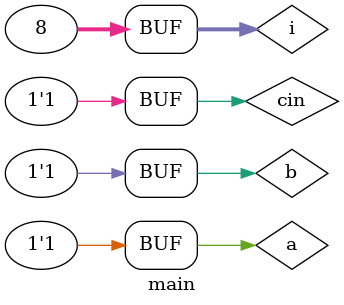
<source format=v>
module main;

	reg a;
	reg b;
	reg cin;

	wire s;
	wire cout;

	integer i;

	fa dut(a,b,cin,s,cout);

	initial begin
		a=0;
		b=0;
		cin=0;
	end

	always @(a,b,cin)
		begin
			for (i=0; i<8; i = i+1)
				begin
					#10 // 10ns
					{a,b,cin} = i;
					//#10 // wait 10 ns after input change
				//$display("Time: %0t, %0d %0d %0d %0d%0d",$time, a,b,cin, s,cout);
				$monitor( "%t ns: a + b + cin = %b + %b + %b = cout sum = %b %b",
                                                 $time, a, b, cin, cout, s );	
				end
		end
endmodule

</source>
